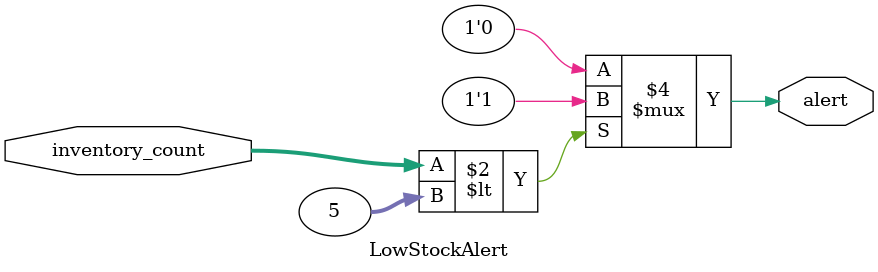
<source format=v>
module LowStockAlert (
    input [3:0] inventory_count,
    output reg alert
);

    always @(*) begin
        if (inventory_count < 5)
            alert = 1;
        else
            alert = 0;
    end
endmodule
</source>
